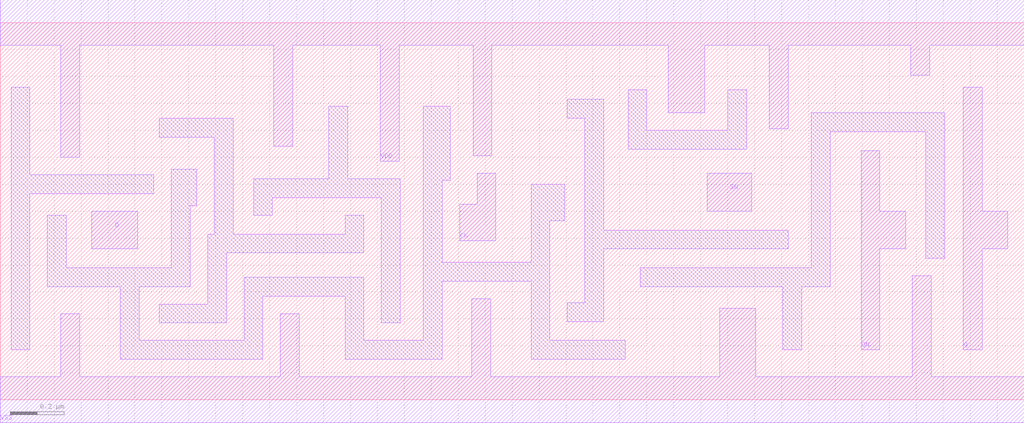
<source format=lef>
# 
# ******************************************************************************
# *                                                                            *
# *                   Copyright (C) 2004-2010, Nangate Inc.                    *
# *                           All rights reserved.                             *
# *                                                                            *
# * Nangate and the Nangate logo are trademarks of Nangate Inc.                *
# *                                                                            *
# * All trademarks, logos, software marks, and trade names (collectively the   *
# * "Marks") in this program are proprietary to Nangate or other respective    *
# * owners that have granted Nangate the right and license to use such Marks.  *
# * You are not permitted to use the Marks without the prior written consent   *
# * of Nangate or such third party that may own the Marks.                     *
# *                                                                            *
# * This file has been provided pursuant to a License Agreement containing     *
# * restrictions on its use. This file contains valuable trade secrets and     *
# * proprietary information of Nangate Inc., and is protected by U.S. and      *
# * international laws and/or treaties.                                        *
# *                                                                            *
# * The copyright notice(s) in this file does not indicate actual or intended  *
# * publication of this file.                                                  *
# *                                                                            *
# *     NGLibraryCreator, v2010.08-HR32-SP3-2010-08-05 - build 1009061800      *
# *                                                                            *
# ******************************************************************************
# 
# 
# Running on brazil06.nangate.com.br for user Giancarlo Franciscatto (gfr).
# Local time is now Fri, 3 Dec 2010, 19:32:18.
# Main process id is 27821.

VERSION 5.6 ;
BUSBITCHARS "[]" ;
DIVIDERCHAR "/" ;

MACRO DFFS_X1
  CLASS core ;
  FOREIGN DFFS_X1 0.0 0.0 ;
  ORIGIN 0 0 ;
  SYMMETRY X Y ;
  SITE FreePDK45_38x28_10R_NP_162NW_34O ;
  SIZE 3.8 BY 1.4 ;
  PIN D
    DIRECTION INPUT ;
    ANTENNAPARTIALMETALAREA 0.0238 LAYER metal1 ;
    ANTENNAPARTIALMETALSIDEAREA 0.0806 LAYER metal1 ;
    ANTENNAGATEAREA 0.03475 ;
    PORT
      LAYER metal1 ;
        POLYGON 0.34 0.56 0.51 0.56 0.51 0.7 0.34 0.7  ;
    END
  END D
  PIN SN
    DIRECTION INPUT ;
    ANTENNAPARTIALMETALAREA 0.0231 LAYER metal1 ;
    ANTENNAPARTIALMETALSIDEAREA 0.0793 LAYER metal1 ;
    ANTENNAGATEAREA 0.03525 ;
    PORT
      LAYER metal1 ;
        POLYGON 2.625 0.7 2.79 0.7 2.79 0.84 2.625 0.84  ;
    END
  END SN
  PIN CK
    DIRECTION INPUT ;
    ANTENNAPARTIALMETALAREA 0.026275 LAYER metal1 ;
    ANTENNAPARTIALMETALSIDEAREA 0.1001 LAYER metal1 ;
    ANTENNAGATEAREA 0.02625 ;
    PORT
      LAYER metal1 ;
        POLYGON 1.705 0.59 1.84 0.59 1.84 0.84 1.77 0.84 1.77 0.725 1.705 0.725  ;
    END
  END CK
  PIN Q
    DIRECTION OUTPUT ;
    ANTENNAPARTIALMETALAREA 0.08155 LAYER metal1 ;
    ANTENNAPARTIALMETALSIDEAREA 0.2964 LAYER metal1 ;
    ANTENNADIFFAREA 0.109725 ;
    PORT
      LAYER metal1 ;
        POLYGON 3.575 0.185 3.645 0.185 3.645 0.56 3.74 0.56 3.74 0.7 3.645 0.7 3.645 1.16 3.575 1.16  ;
    END
  END Q
  PIN QN
    DIRECTION OUTPUT ;
    ANTENNAPARTIALMETALAREA 0.0651 LAYER metal1 ;
    ANTENNAPARTIALMETALSIDEAREA 0.2353 LAYER metal1 ;
    ANTENNADIFFAREA 0.109725 ;
    PORT
      LAYER metal1 ;
        POLYGON 3.195 0.185 3.265 0.185 3.265 0.56 3.36 0.56 3.36 0.7 3.265 0.7 3.265 0.925 3.195 0.925  ;
    END
  END QN
  PIN VDD
    DIRECTION INOUT ;
    USE power ;
    SHAPE ABUTMENT ;
    PORT
      LAYER metal1 ;
        POLYGON 0 1.315 0.225 1.315 0.225 0.9 0.295 0.9 0.295 1.315 0.57 1.315 1.015 1.315 1.015 0.94 1.085 0.94 1.085 1.315 1.41 1.315 1.41 0.885 1.48 0.885 1.48 1.315 1.485 1.315 1.755 1.315 1.755 0.905 1.825 0.905 1.825 1.315 2.48 1.315 2.48 1.065 2.615 1.065 2.615 1.315 2.77 1.315 2.855 1.315 2.855 1.005 2.925 1.005 2.925 1.315 3.38 1.315 3.38 1.205 3.45 1.205 3.45 1.315 3.505 1.315 3.8 1.315 3.8 1.485 3.505 1.485 2.925 1.485 2.77 1.485 1.485 1.485 0.57 1.485 0 1.485  ;
    END
  END VDD
  PIN VSS
    DIRECTION INOUT ;
    USE ground ;
    SHAPE ABUTMENT ;
    PORT
      LAYER metal1 ;
        POLYGON 0 -0.085 3.8 -0.085 3.8 0.085 3.455 0.085 3.455 0.46 3.385 0.46 3.385 0.085 2.805 0.085 2.805 0.34 2.67 0.34 2.67 0.085 1.82 0.085 1.82 0.375 1.75 0.375 1.75 0.085 1.11 0.085 1.11 0.32 1.04 0.32 1.04 0.085 0.295 0.085 0.295 0.32 0.225 0.32 0.225 0.085 0 0.085  ;
    END
  END VSS
  OBS
      LAYER metal1 ;
        POLYGON 0.04 0.185 0.11 0.185 0.11 0.765 0.57 0.765 0.57 0.835 0.11 0.835 0.11 1.16 0.04 1.16  ;
        POLYGON 0.59 0.975 0.795 0.975 0.795 0.615 0.77 0.615 0.77 0.355 0.59 0.355 0.59 0.285 0.84 0.285 0.84 0.545 1.35 0.545 1.35 0.685 1.28 0.685 1.28 0.615 0.865 0.615 0.865 1.045 0.59 1.045  ;
        POLYGON 0.94 0.685 1.01 0.685 1.01 0.75 1.415 0.75 1.415 0.285 1.485 0.285 1.485 0.82 1.29 0.82 1.29 1.09 1.22 1.09 1.22 0.82 0.94 0.82  ;
        POLYGON 0.175 0.42 0.445 0.42 0.445 0.15 0.975 0.15 0.975 0.385 1.28 0.385 1.28 0.15 1.64 0.15 1.64 0.44 1.97 0.44 1.97 0.15 2.32 0.15 2.32 0.22 2.04 0.22 2.04 0.665 2.095 0.665 2.095 0.8 1.97 0.8 1.97 0.51 1.64 0.51 1.64 0.815 1.67 0.815 1.67 1.09 1.57 1.09 1.57 0.22 1.35 0.22 1.35 0.455 0.905 0.455 0.905 0.22 0.515 0.22 0.515 0.42 0.705 0.42 0.705 0.72 0.73 0.72 0.73 0.855 0.635 0.855 0.635 0.49 0.245 0.49 0.245 0.685 0.175 0.685  ;
        POLYGON 2.33 0.93 2.77 0.93 2.77 1.15 2.7 1.15 2.7 1 2.4 1 2.4 1.15 2.33 1.15  ;
        POLYGON 2.105 1.045 2.17 1.045 2.17 0.36 2.105 0.36 2.105 0.29 2.24 0.29 2.24 0.56 2.925 0.56 2.925 0.63 2.24 0.63 2.24 1.115 2.105 1.115  ;
        POLYGON 2.375 0.42 2.905 0.42 2.905 0.185 2.975 0.185 2.975 0.42 3.08 0.42 3.08 0.995 3.435 0.995 3.435 0.525 3.505 0.525 3.505 1.065 3.01 1.065 3.01 0.49 2.375 0.49  ;
  END
END DFFS_X1

END LIBRARY
#
# End of file
#

</source>
